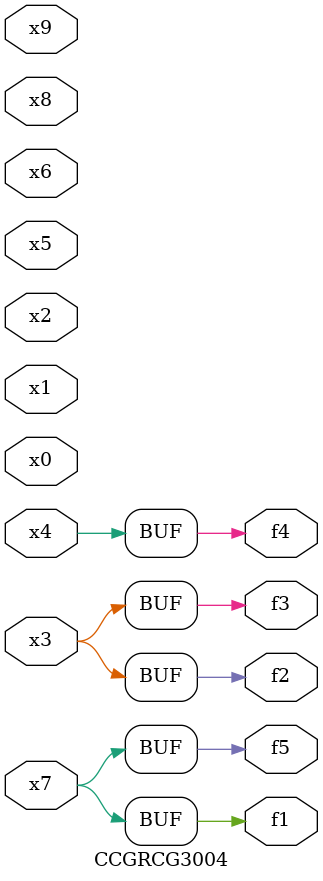
<source format=v>
module CCGRCG3004(
	input x0, x1, x2, x3, x4, x5, x6, x7, x8, x9,
	output f1, f2, f3, f4, f5
);
	assign f1 = x7;
	assign f2 = x3;
	assign f3 = x3;
	assign f4 = x4;
	assign f5 = x7;
endmodule

</source>
